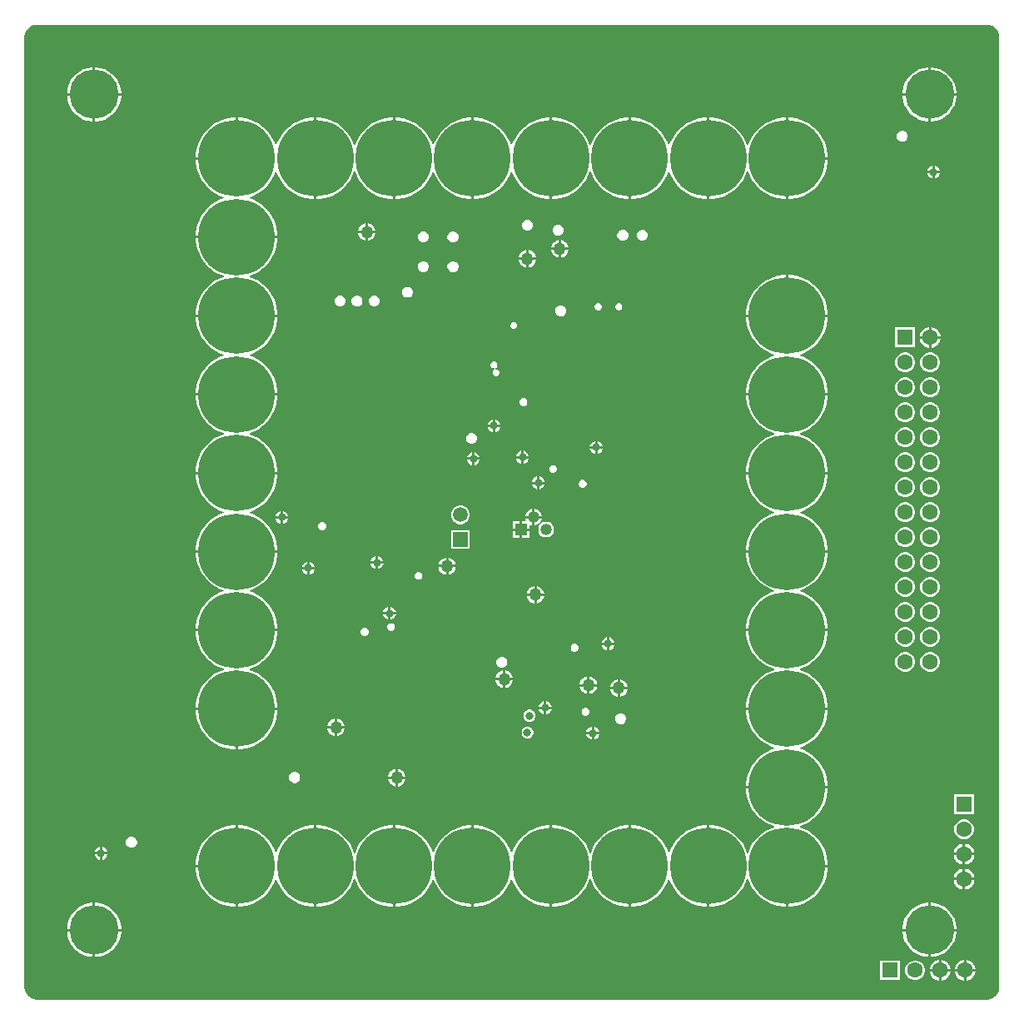
<source format=gbr>
%FSLAX23Y23*%
%MOIN*%
%SFA1B1*%

%IPPOS*%
%ADD45C,0.062990*%
%ADD46R,0.062990X0.062990*%
%ADD47C,0.196850*%
%ADD48C,0.059060*%
%ADD49R,0.059060X0.059060*%
%ADD50C,0.307090*%
%ADD51R,0.062990X0.062990*%
%ADD52C,0.046930*%
%ADD53R,0.046930X0.046930*%
%ADD54C,0.031500*%
%ADD55C,0.027560*%
%ADD56C,0.050000*%
%LNhumrigid1_copper_signal_1-1*%
%LPD*%
G36*
X2096Y2149D02*
X2101D01*
X2111Y2147*
X2121Y2143*
X2130Y2137*
X2137Y2130*
X2143Y2121*
X2147Y2111*
X2149Y2101*
Y2096*
Y-1702*
Y-1707*
X2147Y-1718*
X2143Y-1727*
X2137Y-1736*
X2130Y-1743*
X2121Y-1749*
X2111Y-1753*
X2101Y-1755*
X2096*
X-1702Y-1755*
X-1707*
X-1717Y-1753*
X-1727Y-1749*
X-1736Y-1743*
X-1743Y-1736*
X-1749Y-1727*
X-1753Y-1717*
X-1755Y-1707*
X-1755Y-1702*
Y2096*
Y2101*
X-1753Y2111*
X-1749Y2121*
X-1743Y2130*
X-1736Y2137*
X-1727Y2143*
X-1718Y2147*
X-1707Y2149*
X-1702*
X2096*
G37*
%LNhumrigid1_copper_signal_1-2*%
%LPC*%
G36*
X1878Y1978D02*
X1875D01*
Y1875*
X1978*
Y1878*
X1975Y1895*
X1970Y1911*
X1962Y1926*
X1952Y1940*
X1940Y1952*
X1926Y1962*
X1911Y1970*
X1895Y1975*
X1878Y1978*
G37*
G36*
X1865D02*
X1861D01*
X1844Y1975*
X1828Y1970*
X1813Y1962*
X1799Y1952*
X1787Y1940*
X1777Y1926*
X1769Y1911*
X1764Y1895*
X1761Y1878*
Y1875*
X1865*
Y1978*
G37*
G36*
X-1467D02*
X-1471D01*
Y1875*
X-1367*
Y1878*
X-1370Y1895*
X-1375Y1911*
X-1383Y1926*
X-1393Y1940*
X-1405Y1952*
X-1419Y1962*
X-1434Y1970*
X-1450Y1975*
X-1467Y1978*
G37*
G36*
X-1481D02*
X-1484D01*
X-1501Y1975*
X-1518Y1970*
X-1533Y1962*
X-1547Y1952*
X-1559Y1940*
X-1569Y1926*
X-1576Y1911*
X-1582Y1895*
X-1584Y1878*
Y1875*
X-1481*
Y1978*
G37*
G36*
X1978Y1865D02*
X1875D01*
Y1761*
X1878*
X1895Y1764*
X1911Y1769*
X1926Y1777*
X1940Y1787*
X1952Y1799*
X1962Y1813*
X1970Y1828*
X1975Y1844*
X1978Y1861*
Y1865*
G37*
G36*
X1865D02*
X1761D01*
Y1861*
X1764Y1844*
X1769Y1828*
X1777Y1813*
X1787Y1799*
X1799Y1787*
X1813Y1777*
X1828Y1769*
X1844Y1764*
X1861Y1761*
X1865*
Y1865*
G37*
G36*
X-1367D02*
X-1471D01*
Y1761*
X-1467*
X-1450Y1764*
X-1434Y1769*
X-1419Y1777*
X-1405Y1787*
X-1393Y1799*
X-1383Y1813*
X-1375Y1828*
X-1370Y1844*
X-1367Y1861*
Y1865*
G37*
G36*
X-1481D02*
X-1584D01*
Y1861*
X-1582Y1844*
X-1576Y1828*
X-1569Y1813*
X-1559Y1799*
X-1547Y1787*
X-1533Y1777*
X-1518Y1769*
X-1501Y1764*
X-1484Y1761*
X-1481*
Y1865*
G37*
G36*
X1765Y1724D02*
X1756D01*
X1748Y1720*
X1742Y1714*
X1739Y1706*
Y1697*
X1742Y1689*
X1748Y1683*
X1756Y1680*
X1765*
X1773Y1683*
X1779Y1689*
X1782Y1697*
Y1706*
X1779Y1714*
X1773Y1720*
X1765Y1724*
G37*
G36*
X1294Y1777D02*
X1286D01*
X1260Y1773*
X1236Y1765*
X1213Y1754*
X1192Y1738*
X1174Y1720*
X1159Y1699*
X1147Y1676*
X1144Y1666*
X1139*
X1135Y1676*
X1124Y1699*
X1109Y1720*
X1090Y1738*
X1069Y1754*
X1047Y1765*
X1022Y1773*
X997Y1777*
X989*
Y1614*
Y1450*
X997*
X1022Y1454*
X1047Y1462*
X1069Y1474*
X1090Y1489*
X1109Y1507*
X1124Y1528*
X1135Y1551*
X1139Y1561*
X1144*
X1147Y1551*
X1159Y1528*
X1174Y1507*
X1192Y1489*
X1213Y1474*
X1236Y1462*
X1260Y1454*
X1286Y1450*
X1294*
Y1614*
Y1777*
G37*
G36*
X664D02*
X656D01*
X630Y1773*
X606Y1765*
X583Y1754*
X562Y1738*
X544Y1720*
X529Y1699*
X517Y1676*
X514Y1666*
X509*
X505Y1676*
X494Y1699*
X479Y1720*
X460Y1738*
X440Y1754*
X417Y1765*
X392Y1773*
X367Y1777*
X359*
Y1614*
Y1450*
X367*
X392Y1454*
X417Y1462*
X440Y1474*
X460Y1489*
X479Y1507*
X494Y1528*
X505Y1551*
X509Y1561*
X514*
X517Y1551*
X529Y1528*
X544Y1507*
X562Y1489*
X583Y1474*
X606Y1462*
X630Y1454*
X656Y1450*
X664*
Y1614*
Y1777*
G37*
G36*
X349D02*
X341D01*
X316Y1773*
X291Y1765*
X268Y1754*
X247Y1738*
X229Y1720*
X214Y1699*
X202Y1676*
X199Y1666*
X194*
X190Y1676*
X179Y1699*
X164Y1720*
X145Y1738*
X125Y1754*
X102Y1765*
X77Y1773*
X52Y1777*
X44*
Y1614*
Y1450*
X52*
X77Y1454*
X102Y1462*
X125Y1474*
X145Y1489*
X164Y1507*
X179Y1528*
X190Y1551*
X194Y1561*
X199*
X202Y1551*
X214Y1528*
X229Y1507*
X247Y1489*
X268Y1474*
X291Y1462*
X316Y1454*
X341Y1450*
X349*
Y1614*
Y1777*
G37*
G36*
X34D02*
X26D01*
X1Y1773*
X-23Y1765*
X-46Y1754*
X-67Y1738*
X-85Y1720*
X-100Y1699*
X-112Y1676*
X-115Y1666*
X-120*
X-124Y1676*
X-135Y1699*
X-150Y1720*
X-169Y1738*
X-189Y1754*
X-212Y1765*
X-237Y1773*
X-262Y1777*
X-270*
Y1614*
Y1450*
X-262*
X-237Y1454*
X-212Y1462*
X-189Y1474*
X-169Y1489*
X-150Y1507*
X-135Y1528*
X-124Y1551*
X-120Y1561*
X-115*
X-112Y1551*
X-100Y1528*
X-85Y1507*
X-67Y1489*
X-46Y1474*
X-23Y1462*
X1Y1454*
X26Y1450*
X34*
Y1614*
Y1777*
G37*
G36*
X-595D02*
X-603D01*
X-628Y1773*
X-653Y1765*
X-676Y1754*
X-697Y1738*
X-715Y1720*
X-730Y1699*
X-742Y1676*
X-745Y1666*
X-750*
X-753Y1676*
X-765Y1699*
X-780Y1720*
X-798Y1738*
X-819Y1754*
X-842Y1765*
X-867Y1773*
X-892Y1777*
X-900*
Y1614*
X-905*
Y1609*
X-1069*
Y1601*
X-1065Y1575*
X-1057Y1551*
X-1045Y1528*
X-1030Y1507*
X-1012Y1489*
X-991Y1474*
X-968Y1462*
X-957Y1459*
Y1454*
X-968Y1450*
X-991Y1439*
X-1012Y1423*
X-1030Y1405*
X-1045Y1384*
X-1057Y1361*
X-1065Y1337*
X-1069Y1312*
Y1304*
X-905*
X-741*
Y1312*
X-745Y1337*
X-753Y1361*
X-765Y1384*
X-780Y1405*
X-798Y1423*
X-819Y1439*
X-842Y1450*
X-853Y1454*
Y1459*
X-842Y1462*
X-819Y1474*
X-798Y1489*
X-780Y1507*
X-765Y1528*
X-753Y1551*
X-750Y1561*
X-745*
X-742Y1551*
X-730Y1528*
X-715Y1507*
X-697Y1489*
X-676Y1474*
X-653Y1462*
X-628Y1454*
X-603Y1450*
X-595*
Y1614*
Y1777*
G37*
G36*
X979D02*
X971D01*
X945Y1773*
X921Y1765*
X898Y1754*
X877Y1738*
X859Y1720*
X844Y1699*
X832Y1676*
X829Y1666*
X824*
X820Y1676*
X809Y1699*
X794Y1720*
X775Y1738*
X755Y1754*
X732Y1765*
X707Y1773*
X682Y1777*
X674*
Y1614*
Y1450*
X682*
X707Y1454*
X732Y1462*
X755Y1474*
X775Y1489*
X794Y1507*
X809Y1528*
X820Y1551*
X824Y1561*
X829*
X832Y1551*
X844Y1528*
X859Y1507*
X877Y1489*
X898Y1474*
X921Y1462*
X945Y1454*
X971Y1450*
X979*
Y1614*
Y1777*
G37*
G36*
X-280D02*
X-288D01*
X-313Y1773*
X-338Y1765*
X-361Y1754*
X-382Y1738*
X-400Y1720*
X-415Y1699*
X-427Y1676*
X-430Y1666*
X-435*
X-438Y1676*
X-450Y1699*
X-465Y1720*
X-484Y1738*
X-504Y1754*
X-527Y1765*
X-552Y1773*
X-577Y1777*
X-585*
Y1614*
Y1450*
X-577*
X-552Y1454*
X-527Y1462*
X-504Y1474*
X-484Y1489*
X-465Y1507*
X-450Y1528*
X-438Y1551*
X-435Y1561*
X-430*
X-427Y1551*
X-415Y1528*
X-400Y1507*
X-382Y1489*
X-361Y1474*
X-338Y1462*
X-313Y1454*
X-288Y1450*
X-280*
Y1614*
Y1777*
G37*
G36*
X1312D02*
X1304D01*
Y1619*
X1462*
Y1627*
X1458Y1652*
X1450Y1676*
X1439Y1699*
X1423Y1720*
X1405Y1738*
X1384Y1754*
X1361Y1765*
X1337Y1773*
X1312Y1777*
G37*
G36*
X-910D02*
X-918D01*
X-943Y1773*
X-968Y1765*
X-991Y1754*
X-1012Y1738*
X-1030Y1720*
X-1045Y1699*
X-1057Y1676*
X-1065Y1652*
X-1069Y1627*
Y1619*
X-910*
Y1777*
G37*
G36*
X1890Y1584D02*
X1890D01*
Y1564*
X1911*
Y1564*
X1907Y1573*
X1900Y1580*
X1890Y1584*
G37*
G36*
X1880D02*
X1880D01*
X1871Y1580*
X1864Y1573*
X1860Y1564*
Y1564*
X1880*
Y1584*
G37*
G36*
X1911Y1554D02*
X1890D01*
Y1533*
X1890*
X1900Y1537*
X1907Y1544*
X1911Y1553*
Y1554*
G37*
G36*
X1880D02*
X1860D01*
Y1553*
X1864Y1544*
X1871Y1537*
X1880Y1533*
X1880*
Y1554*
G37*
G36*
X1462Y1609D02*
X1304D01*
Y1450*
X1312*
X1337Y1454*
X1361Y1462*
X1384Y1474*
X1405Y1489*
X1423Y1507*
X1439Y1528*
X1450Y1551*
X1458Y1575*
X1462Y1601*
Y1609*
G37*
G36*
X264Y1368D02*
X255D01*
X247Y1365*
X241Y1358*
X237Y1350*
Y1342*
X241Y1334*
X247Y1327*
X255Y1324*
X264*
X272Y1327*
X278Y1334*
X281Y1342*
Y1350*
X278Y1358*
X272Y1365*
X264Y1368*
G37*
G36*
X-378Y1353D02*
Y1323D01*
X-348*
X-351Y1332*
X-355Y1340*
X-362Y1346*
X-370Y1351*
X-378Y1353*
G37*
G36*
X-388D02*
X-397Y1351D01*
X-405Y1346*
X-411Y1340*
X-416Y1332*
X-418Y1323*
X-388*
Y1353*
G37*
G36*
X386Y1348D02*
X377D01*
X369Y1345*
X363Y1339*
X360Y1331*
Y1322*
X363Y1314*
X369Y1308*
X377Y1304*
X386*
X394Y1308*
X400Y1314*
X403Y1322*
Y1331*
X400Y1339*
X394Y1345*
X386Y1348*
G37*
G36*
X724Y1328D02*
X716D01*
X708Y1325*
X701Y1319*
X698Y1311*
Y1302*
X701Y1294*
X708Y1288*
X716Y1285*
X724*
X732Y1288*
X739Y1294*
X742Y1302*
Y1311*
X739Y1319*
X732Y1325*
X724Y1328*
G37*
G36*
X646D02*
X637D01*
X629Y1325*
X623Y1319*
X619Y1311*
Y1302*
X623Y1294*
X629Y1288*
X637Y1285*
X646*
X654Y1288*
X660Y1294*
X663Y1302*
Y1311*
X660Y1319*
X654Y1325*
X646Y1328*
G37*
G36*
X-348Y1313D02*
X-378D01*
Y1284*
X-370Y1286*
X-362Y1290*
X-355Y1297*
X-351Y1305*
X-348Y1313*
G37*
G36*
X-388D02*
X-418D01*
X-416Y1305*
X-411Y1297*
X-405Y1290*
X-397Y1286*
X-388Y1284*
Y1313*
G37*
G36*
X-35Y1321D02*
X-43D01*
X-51Y1317*
X-57Y1311*
X-61Y1303*
Y1294*
X-57Y1286*
X-51Y1280*
X-43Y1277*
X-35*
X-26Y1280*
X-20Y1286*
X-17Y1294*
Y1303*
X-20Y1311*
X-26Y1317*
X-35Y1321*
G37*
G36*
X-153D02*
X-161D01*
X-169Y1317*
X-176Y1311*
X-179Y1303*
Y1294*
X-176Y1286*
X-169Y1280*
X-161Y1277*
X-153*
X-145Y1280*
X-138Y1286*
X-135Y1294*
Y1303*
X-138Y1311*
X-145Y1317*
X-153Y1321*
G37*
G36*
X394Y1286D02*
Y1256D01*
X424*
X422Y1265*
X417Y1273*
X411Y1279*
X403Y1284*
X394Y1286*
G37*
G36*
X384D02*
X376Y1284D01*
X368Y1279*
X361Y1273*
X357Y1265*
X354Y1256*
X384*
Y1286*
G37*
G36*
X264Y1247D02*
Y1217D01*
X294*
X292Y1226*
X287Y1234*
X281Y1240*
X273Y1245*
X264Y1247*
G37*
G36*
X254D02*
X246Y1245D01*
X238Y1240*
X231Y1234*
X227Y1226*
X224Y1217*
X254*
Y1247*
G37*
G36*
X424Y1246D02*
X394D01*
Y1217*
X403Y1219*
X411Y1223*
X417Y1230*
X422Y1238*
X424Y1246*
G37*
G36*
X384D02*
X354D01*
X357Y1238*
X361Y1230*
X368Y1223*
X376Y1219*
X384Y1217*
Y1246*
G37*
G36*
X294Y1207D02*
X264D01*
Y1177*
X273Y1179*
X281Y1184*
X287Y1191*
X292Y1199*
X294Y1207*
G37*
G36*
X254D02*
X224D01*
X227Y1199*
X231Y1191*
X238Y1184*
X246Y1179*
X254Y1177*
Y1207*
G37*
G36*
X-35Y1202D02*
X-43D01*
X-51Y1199*
X-57Y1193*
X-61Y1185*
Y1176*
X-57Y1168*
X-51Y1162*
X-43Y1159*
X-35*
X-26Y1162*
X-20Y1168*
X-17Y1176*
Y1185*
X-20Y1193*
X-26Y1199*
X-35Y1202*
G37*
G36*
X-153D02*
X-161D01*
X-169Y1199*
X-176Y1193*
X-179Y1185*
Y1176*
X-176Y1168*
X-169Y1162*
X-161Y1159*
X-153*
X-145Y1162*
X-138Y1168*
X-135Y1176*
Y1185*
X-138Y1193*
X-145Y1199*
X-153Y1202*
G37*
G36*
X-217Y1099D02*
X-225D01*
X-233Y1096*
X-239Y1090*
X-243Y1082*
Y1073*
X-239Y1065*
X-233Y1059*
X-225Y1056*
X-217*
X-208Y1059*
X-202Y1065*
X-199Y1073*
Y1082*
X-202Y1090*
X-208Y1096*
X-217Y1099*
G37*
G36*
X-349Y1065D02*
X-358D01*
X-366Y1061*
X-372Y1055*
X-376Y1047*
Y1038*
X-372Y1030*
X-366Y1024*
X-358Y1021*
X-349*
X-341Y1024*
X-335Y1030*
X-332Y1038*
Y1047*
X-335Y1055*
X-341Y1061*
X-349Y1065*
G37*
G36*
X-418D02*
X-427D01*
X-435Y1061*
X-441Y1055*
X-445Y1047*
Y1038*
X-441Y1030*
X-435Y1024*
X-427Y1021*
X-418*
X-410Y1024*
X-404Y1030*
X-401Y1038*
Y1047*
X-404Y1055*
X-410Y1061*
X-418Y1065*
G37*
G36*
X-487D02*
X-496D01*
X-504Y1061*
X-510Y1055*
X-514Y1047*
Y1038*
X-510Y1030*
X-504Y1024*
X-496Y1021*
X-487*
X-479Y1024*
X-473Y1030*
X-470Y1038*
Y1047*
X-473Y1055*
X-479Y1061*
X-487Y1065*
G37*
G36*
X628Y1033D02*
X623D01*
X618Y1031*
X614Y1027*
X612Y1022*
Y1016*
X614Y1011*
X618Y1008*
X623Y1005*
X628*
X633Y1008*
X637Y1011*
X639Y1016*
Y1022*
X637Y1027*
X633Y1031*
X628Y1033*
G37*
G36*
X546D02*
X540D01*
X535Y1031*
X531Y1027*
X529Y1022*
Y1016*
X531Y1011*
X535Y1008*
X540Y1005*
X546*
X551Y1008*
X554Y1011*
X557Y1016*
Y1022*
X554Y1027*
X551Y1031*
X546Y1033*
G37*
G36*
X1312Y1147D02*
X1304D01*
Y989*
X1462*
Y997*
X1458Y1022*
X1450Y1047*
X1439Y1069*
X1423Y1090*
X1405Y1109*
X1384Y1124*
X1361Y1135*
X1337Y1143*
X1312Y1147*
G37*
G36*
X1294D02*
X1286D01*
X1260Y1143*
X1236Y1135*
X1213Y1124*
X1192Y1109*
X1174Y1090*
X1159Y1069*
X1147Y1047*
X1139Y1022*
X1135Y997*
Y989*
X1294*
Y1147*
G37*
G36*
X-741Y1294D02*
X-905D01*
X-1069*
Y1286*
X-1065Y1260*
X-1057Y1236*
X-1045Y1213*
X-1030Y1192*
X-1012Y1174*
X-991Y1159*
X-968Y1147*
X-957Y1144*
Y1139*
X-968Y1135*
X-991Y1124*
X-1012Y1109*
X-1030Y1090*
X-1045Y1069*
X-1057Y1047*
X-1065Y1022*
X-1069Y997*
Y989*
X-905*
X-741*
Y997*
X-745Y1022*
X-753Y1047*
X-765Y1069*
X-780Y1090*
X-798Y1109*
X-819Y1124*
X-842Y1135*
X-853Y1139*
Y1144*
X-842Y1147*
X-819Y1159*
X-798Y1174*
X-780Y1192*
X-765Y1213*
X-753Y1236*
X-745Y1260*
X-741Y1286*
Y1294*
G37*
G36*
X398Y1025D02*
X389D01*
X381Y1022*
X375Y1016*
X371Y1008*
Y999*
X375Y991*
X381Y985*
X389Y982*
X398*
X406Y985*
X412Y991*
X415Y999*
Y1008*
X412Y1016*
X406Y1022*
X398Y1025*
G37*
G36*
X207Y958D02*
X201D01*
X196Y956*
X193Y952*
X190Y947*
Y942*
X193Y937*
X196Y933*
X201Y931*
X207*
X212Y933*
X216Y937*
X218Y942*
Y947*
X216Y952*
X212Y956*
X207Y958*
G37*
G36*
X1877Y938D02*
X1876D01*
Y902*
X1913*
Y902*
X1910Y913*
X1904Y922*
X1897Y930*
X1887Y935*
X1877Y938*
G37*
G36*
X1866D02*
X1866D01*
X1855Y935*
X1846Y930*
X1838Y922*
X1832Y913*
X1830Y902*
Y902*
X1866*
Y938*
G37*
G36*
X1811Y936D02*
X1732D01*
Y857*
X1811*
Y936*
G37*
G36*
X1913Y892D02*
X1876D01*
Y855*
X1877*
X1887Y858*
X1897Y863*
X1904Y871*
X1910Y880*
X1913Y891*
Y892*
G37*
G36*
X1866D02*
X1830D01*
Y891*
X1832Y880*
X1838Y871*
X1846Y863*
X1855Y858*
X1866Y855*
X1866*
Y892*
G37*
G36*
X1876Y836D02*
X1866D01*
X1856Y833*
X1847Y828*
X1840Y821*
X1834Y812*
X1832Y802*
Y791*
X1834Y781*
X1840Y772*
X1847Y765*
X1856Y760*
X1866Y757*
X1876*
X1886Y760*
X1895Y765*
X1903Y772*
X1908Y781*
X1911Y791*
Y802*
X1908Y812*
X1903Y821*
X1895Y828*
X1886Y833*
X1876Y836*
G37*
G36*
X1776D02*
X1766D01*
X1756Y833*
X1747Y828*
X1740Y821*
X1734Y812*
X1732Y802*
Y791*
X1734Y781*
X1740Y772*
X1747Y765*
X1756Y760*
X1766Y757*
X1776*
X1786Y760*
X1795Y765*
X1803Y772*
X1808Y781*
X1811Y791*
Y802*
X1808Y812*
X1803Y821*
X1795Y828*
X1786Y833*
X1776Y836*
G37*
G36*
X128Y801D02*
X123D01*
X118Y799*
X114Y795*
X112Y790*
Y784*
X114Y779*
X118Y775*
X123Y773*
X126*
X127*
X128Y768*
X127Y768*
X126Y767*
X122Y763*
X120Y758*
Y753*
X122Y748*
X126Y744*
X131Y742*
X136*
X141Y744*
X145Y748*
X147Y753*
Y758*
X145Y763*
X141Y767*
X136Y769*
X133*
X132*
X131Y774*
X132Y775*
X133Y775*
X137Y779*
X139Y784*
Y790*
X137Y795*
X133Y799*
X128Y801*
G37*
G36*
X-741Y979D02*
X-905D01*
X-1069*
Y971*
X-1065Y945*
X-1057Y921*
X-1045Y898*
X-1030Y877*
X-1012Y859*
X-991Y844*
X-968Y832*
X-957Y829*
Y824*
X-968Y820*
X-991Y809*
X-1012Y794*
X-1030Y775*
X-1045Y755*
X-1057Y732*
X-1065Y707*
X-1069Y682*
Y674*
X-905*
X-741*
Y682*
X-745Y707*
X-753Y732*
X-765Y755*
X-780Y775*
X-798Y794*
X-819Y809*
X-842Y820*
X-853Y824*
Y829*
X-842Y832*
X-819Y844*
X-798Y859*
X-780Y877*
X-765Y898*
X-753Y921*
X-745Y945*
X-741Y971*
Y979*
G37*
G36*
X1462D02*
X1299D01*
X1135*
Y971*
X1139Y945*
X1147Y921*
X1159Y898*
X1174Y877*
X1192Y859*
X1213Y844*
X1236Y832*
X1246Y829*
Y824*
X1236Y820*
X1213Y809*
X1192Y794*
X1174Y775*
X1159Y755*
X1147Y732*
X1139Y707*
X1135Y682*
Y674*
X1299*
X1462*
Y682*
X1458Y707*
X1450Y732*
X1439Y755*
X1423Y775*
X1405Y794*
X1384Y809*
X1361Y820*
X1351Y824*
Y829*
X1361Y832*
X1384Y844*
X1405Y859*
X1423Y877*
X1439Y898*
X1450Y921*
X1458Y945*
X1462Y971*
Y979*
G37*
G36*
X1876Y736D02*
X1866D01*
X1856Y733*
X1847Y728*
X1840Y721*
X1834Y712*
X1832Y702*
Y691*
X1834Y681*
X1840Y672*
X1847Y665*
X1856Y660*
X1866Y657*
X1876*
X1886Y660*
X1895Y665*
X1903Y672*
X1908Y681*
X1911Y691*
Y702*
X1908Y712*
X1903Y721*
X1895Y728*
X1886Y733*
X1876Y736*
G37*
G36*
X1776D02*
X1766D01*
X1756Y733*
X1747Y728*
X1740Y721*
X1734Y712*
X1732Y702*
Y691*
X1734Y681*
X1740Y672*
X1747Y665*
X1756Y660*
X1766Y657*
X1776*
X1786Y660*
X1795Y665*
X1803Y672*
X1808Y681*
X1811Y691*
Y702*
X1808Y712*
X1803Y721*
X1795Y728*
X1786Y733*
X1776Y736*
G37*
G36*
X247Y653D02*
X240D01*
X235Y651*
X230Y646*
X228Y640*
Y634*
X230Y628*
X235Y624*
X240Y622*
X247*
X253Y624*
X257Y628*
X259Y634*
Y640*
X257Y646*
X253Y651*
X247Y653*
G37*
G36*
X1876Y636D02*
X1866D01*
X1856Y633*
X1847Y628*
X1840Y621*
X1834Y612*
X1832Y602*
Y591*
X1834Y581*
X1840Y572*
X1847Y565*
X1856Y560*
X1866Y557*
X1876*
X1886Y560*
X1895Y565*
X1903Y572*
X1908Y581*
X1911Y591*
Y602*
X1908Y612*
X1903Y621*
X1895Y628*
X1886Y633*
X1876Y636*
G37*
G36*
X1776D02*
X1766D01*
X1756Y633*
X1747Y628*
X1740Y621*
X1734Y612*
X1732Y602*
Y591*
X1734Y581*
X1740Y572*
X1747Y565*
X1756Y560*
X1766Y557*
X1776*
X1786Y560*
X1795Y565*
X1803Y572*
X1808Y581*
X1811Y591*
Y602*
X1808Y612*
X1803Y621*
X1795Y628*
X1786Y633*
X1776Y636*
G37*
G36*
X131Y569D02*
X130D01*
Y548*
X151*
Y548*
X147Y557*
X140Y565*
X131Y569*
G37*
G36*
X120D02*
X120D01*
X111Y565*
X104Y557*
X100Y548*
Y548*
X120*
Y569*
G37*
G36*
X151Y538D02*
X130D01*
Y517*
X131*
X140Y521*
X147Y528*
X151Y538*
Y538*
G37*
G36*
X120D02*
X100D01*
Y538*
X104Y528*
X111Y521*
X120Y517*
X120*
Y538*
G37*
G36*
X39Y514D02*
X31D01*
X23Y510*
X16Y504*
X13Y496*
Y487*
X16Y479*
X23Y473*
X31Y470*
X39*
X47Y473*
X53Y479*
X57Y487*
Y496*
X53Y504*
X47Y510*
X39Y514*
G37*
G36*
X540Y482D02*
X540D01*
Y461*
X561*
Y461*
X557Y471*
X550Y478*
X540Y482*
G37*
G36*
X530D02*
X530D01*
X520Y478*
X513Y471*
X509Y461*
Y461*
X530*
Y482*
G37*
G36*
X1876Y536D02*
X1866D01*
X1856Y533*
X1847Y528*
X1840Y521*
X1834Y512*
X1832Y502*
Y491*
X1834Y481*
X1840Y472*
X1847Y465*
X1856Y460*
X1866Y457*
X1876*
X1886Y460*
X1895Y465*
X1903Y472*
X1908Y481*
X1911Y491*
Y502*
X1908Y512*
X1903Y521*
X1895Y528*
X1886Y533*
X1876Y536*
G37*
G36*
X1776D02*
X1766D01*
X1756Y533*
X1747Y528*
X1740Y521*
X1734Y512*
X1732Y502*
Y491*
X1734Y481*
X1740Y472*
X1747Y465*
X1756Y460*
X1766Y457*
X1776*
X1786Y460*
X1795Y465*
X1803Y472*
X1808Y481*
X1811Y491*
Y502*
X1808Y512*
X1803Y521*
X1795Y528*
X1786Y533*
X1776Y536*
G37*
G36*
X561Y451D02*
X540D01*
Y430*
X540*
X550Y434*
X557Y442*
X561Y451*
Y451*
G37*
G36*
X530D02*
X509D01*
Y451*
X513Y442*
X520Y434*
X530Y430*
X530*
Y451*
G37*
G36*
X245Y443D02*
X245D01*
Y422*
X265*
Y422*
X261Y431*
X254Y439*
X245Y443*
G37*
G36*
X235D02*
X235D01*
X225Y439*
X218Y431*
X214Y422*
Y422*
X235*
Y443*
G37*
G36*
X48Y436D02*
X48D01*
Y416*
X69*
Y416*
X65Y425*
X57Y432*
X48Y436*
G37*
G36*
X38D02*
X38D01*
X28Y432*
X21Y425*
X17Y416*
Y416*
X38*
Y436*
G37*
G36*
X265Y412D02*
X245D01*
Y391*
X245*
X254Y395*
X261Y402*
X265Y412*
Y412*
G37*
G36*
X235D02*
X214D01*
Y412*
X218Y402*
X225Y395*
X235Y391*
X235*
Y412*
G37*
G36*
X69Y406D02*
X48D01*
Y385*
X48*
X57Y389*
X65Y396*
X69Y406*
Y406*
G37*
G36*
X38D02*
X17D01*
Y406*
X21Y396*
X28Y389*
X38Y385*
X38*
Y406*
G37*
G36*
X1462Y664D02*
X1299D01*
X1135*
Y656*
X1139Y630*
X1147Y606*
X1159Y583*
X1174Y562*
X1192Y544*
X1213Y529*
X1236Y517*
X1246Y514*
Y509*
X1236Y505*
X1213Y494*
X1192Y479*
X1174Y460*
X1159Y440*
X1147Y417*
X1139Y392*
X1135Y367*
Y359*
X1299*
X1462*
Y367*
X1458Y392*
X1450Y417*
X1439Y440*
X1423Y460*
X1405Y479*
X1384Y494*
X1361Y505*
X1351Y509*
Y514*
X1361Y517*
X1384Y529*
X1405Y544*
X1423Y562*
X1439Y583*
X1450Y606*
X1458Y630*
X1462Y656*
Y664*
G37*
G36*
X-741D02*
X-905D01*
X-1069*
Y656*
X-1065Y630*
X-1057Y606*
X-1045Y583*
X-1030Y562*
X-1012Y544*
X-991Y529*
X-968Y517*
X-957Y514*
Y509*
X-968Y505*
X-991Y494*
X-1012Y479*
X-1030Y460*
X-1045Y440*
X-1057Y417*
X-1065Y392*
X-1069Y367*
Y359*
X-905*
X-741*
Y367*
X-745Y392*
X-753Y417*
X-765Y440*
X-780Y460*
X-798Y479*
X-819Y494*
X-842Y505*
X-853Y509*
Y514*
X-842Y517*
X-819Y529*
X-798Y544*
X-780Y562*
X-765Y583*
X-753Y606*
X-745Y630*
X-741Y656*
Y664*
G37*
G36*
X1876Y436D02*
X1866D01*
X1856Y433*
X1847Y428*
X1840Y421*
X1834Y412*
X1832Y402*
Y391*
X1834Y381*
X1840Y372*
X1847Y365*
X1856Y360*
X1866Y357*
X1876*
X1886Y360*
X1895Y365*
X1903Y372*
X1908Y381*
X1911Y391*
Y402*
X1908Y412*
X1903Y421*
X1895Y428*
X1886Y433*
X1876Y436*
G37*
G36*
X1776D02*
X1766D01*
X1756Y433*
X1747Y428*
X1740Y421*
X1734Y412*
X1732Y402*
Y391*
X1734Y381*
X1740Y372*
X1747Y365*
X1756Y360*
X1766Y357*
X1776*
X1786Y360*
X1795Y365*
X1803Y372*
X1808Y381*
X1811Y391*
Y402*
X1808Y412*
X1803Y421*
X1795Y428*
X1786Y433*
X1776Y436*
G37*
G36*
X365Y385D02*
X359D01*
X353Y383*
X348Y379*
X346Y373*
Y366*
X348Y361*
X353Y356*
X359Y354*
X365*
X371Y356*
X375Y361*
X377Y366*
Y373*
X375Y379*
X371Y383*
X365Y385*
G37*
G36*
X308Y340D02*
X308D01*
Y319*
X328*
Y320*
X324Y329*
X317Y336*
X308Y340*
G37*
G36*
X298D02*
X298D01*
X288Y336*
X281Y329*
X277Y320*
Y319*
X298*
Y340*
G37*
G36*
X483Y326D02*
X477D01*
X471Y324*
X466Y319*
X464Y314*
Y307*
X466Y302*
X471Y297*
X477Y295*
X483*
X489Y297*
X493Y302*
X496Y307*
Y314*
X493Y319*
X489Y324*
X483Y326*
G37*
G36*
X328Y309D02*
X308D01*
Y289*
X308*
X317Y293*
X324Y300*
X328Y309*
Y309*
G37*
G36*
X298D02*
X277D01*
Y309*
X281Y300*
X288Y293*
X298Y289*
X298*
Y309*
G37*
G36*
X1876Y336D02*
X1866D01*
X1856Y333*
X1847Y328*
X1840Y321*
X1834Y312*
X1832Y302*
Y291*
X1834Y281*
X1840Y272*
X1847Y265*
X1856Y260*
X1866Y257*
X1876*
X1886Y260*
X1895Y265*
X1903Y272*
X1908Y281*
X1911Y291*
Y302*
X1908Y312*
X1903Y321*
X1895Y328*
X1886Y333*
X1876Y336*
G37*
G36*
X1776D02*
X1766D01*
X1756Y333*
X1747Y328*
X1740Y321*
X1734Y312*
X1732Y302*
Y291*
X1734Y281*
X1740Y272*
X1747Y265*
X1756Y260*
X1766Y257*
X1776*
X1786Y260*
X1795Y265*
X1803Y272*
X1808Y281*
X1811Y291*
Y302*
X1808Y312*
X1803Y321*
X1795Y328*
X1786Y333*
X1776Y336*
G37*
G36*
X289Y211D02*
Y182D01*
X317*
X315Y190*
X311Y198*
X305Y204*
X297Y209*
X289Y211*
G37*
G36*
X279D02*
X271Y209D01*
X264Y204*
X257Y198*
X253Y190*
X251Y182*
X279*
Y211*
G37*
G36*
X-719Y202D02*
X-719D01*
Y182*
X-698*
Y182*
X-702Y191*
X-709Y198*
X-719Y202*
G37*
G36*
X-729D02*
X-729D01*
X-739Y198*
X-746Y191*
X-750Y182*
Y182*
X-729*
Y202*
G37*
G36*
X1876Y236D02*
X1866D01*
X1856Y233*
X1847Y228*
X1840Y221*
X1834Y212*
X1832Y202*
Y191*
X1834Y181*
X1840Y172*
X1847Y165*
X1856Y160*
X1866Y157*
X1876*
X1886Y160*
X1895Y165*
X1903Y172*
X1908Y181*
X1911Y191*
Y202*
X1908Y212*
X1903Y221*
X1895Y228*
X1886Y233*
X1876Y236*
G37*
G36*
X1776D02*
X1766D01*
X1756Y233*
X1747Y228*
X1740Y221*
X1734Y212*
X1732Y202*
Y191*
X1734Y181*
X1740Y172*
X1747Y165*
X1756Y160*
X1766Y157*
X1776*
X1786Y160*
X1795Y165*
X1803Y172*
X1808Y181*
X1811Y191*
Y202*
X1808Y212*
X1803Y221*
X1795Y228*
X1786Y233*
X1776Y236*
G37*
G36*
X-698Y172D02*
X-719D01*
Y151*
X-719*
X-709Y155*
X-702Y162*
X-698Y172*
Y172*
G37*
G36*
X-729D02*
X-750D01*
Y172*
X-746Y162*
X-739Y155*
X-729Y151*
X-729*
Y172*
G37*
G36*
X-4Y224D02*
X-14D01*
X-24Y221*
X-32Y216*
X-39Y209*
X-44Y201*
X-47Y191*
Y182*
X-44Y172*
X-39Y164*
X-32Y157*
X-24Y152*
X-14Y149*
X-4*
X4Y152*
X13Y157*
X20Y164*
X25Y172*
X27Y182*
Y191*
X25Y201*
X20Y209*
X13Y216*
X4Y221*
X-4Y224*
G37*
G36*
X317Y172D02*
X289D01*
Y144*
X297Y146*
X305Y151*
X311Y157*
X315Y165*
X317Y172*
G37*
G36*
X279D02*
X251D01*
X253Y166*
X250Y161*
X239*
Y132*
X268*
Y143*
X273Y146*
X279Y144*
Y172*
G37*
G36*
X229Y161D02*
X201D01*
Y132*
X229*
Y161*
G37*
G36*
X-559Y157D02*
X-566D01*
X-571Y155*
X-576Y150*
X-578Y144*
Y138*
X-576Y132*
X-571Y128*
X-566Y125*
X-559*
X-554Y128*
X-549Y132*
X-547Y138*
Y144*
X-549Y150*
X-554Y155*
X-559Y157*
G37*
G36*
X338Y159D02*
X330D01*
X322Y157*
X315Y153*
X309Y147*
X305Y140*
X303Y132*
Y123*
X305Y115*
X309Y108*
X315Y102*
X322Y98*
X330Y96*
X338*
X346Y98*
X353Y102*
X359Y108*
X363Y115*
X365Y123*
Y132*
X363Y140*
X359Y147*
X353Y153*
X346Y157*
X338Y159*
G37*
G36*
X268Y122D02*
X239D01*
Y94*
X268*
Y122*
G37*
G36*
X229D02*
X201D01*
Y94*
X229*
Y122*
G37*
G36*
X1876Y136D02*
X1866D01*
X1856Y133*
X1847Y128*
X1840Y121*
X1834Y112*
X1832Y102*
Y91*
X1834Y81*
X1840Y72*
X1847Y65*
X1856Y60*
X1866Y57*
X1876*
X1886Y60*
X1895Y65*
X1903Y72*
X1908Y81*
X1911Y91*
Y102*
X1908Y112*
X1903Y121*
X1895Y128*
X1886Y133*
X1876Y136*
G37*
G36*
X1776D02*
X1766D01*
X1756Y133*
X1747Y128*
X1740Y121*
X1734Y112*
X1732Y102*
Y91*
X1734Y81*
X1740Y72*
X1747Y65*
X1756Y60*
X1766Y57*
X1776*
X1786Y60*
X1795Y65*
X1803Y72*
X1808Y81*
X1811Y91*
Y102*
X1808Y112*
X1803Y121*
X1795Y128*
X1786Y133*
X1776Y136*
G37*
G36*
X27Y125D02*
X-47D01*
Y51*
X27*
Y125*
G37*
G36*
X-741Y349D02*
X-905D01*
X-1069*
Y341*
X-1065Y316*
X-1057Y291*
X-1045Y268*
X-1030Y247*
X-1012Y229*
X-991Y214*
X-968Y202*
X-957Y199*
Y194*
X-968Y190*
X-991Y179*
X-1012Y164*
X-1030Y145*
X-1045Y125*
X-1057Y102*
X-1065Y77*
X-1069Y52*
Y44*
X-905*
X-741*
Y52*
X-745Y77*
X-753Y102*
X-765Y125*
X-780Y145*
X-798Y164*
X-819Y179*
X-842Y190*
X-853Y194*
Y199*
X-842Y202*
X-819Y214*
X-798Y229*
X-780Y247*
X-765Y268*
X-753Y291*
X-745Y316*
X-741Y341*
Y349*
G37*
G36*
X1462D02*
X1299D01*
X1135*
Y341*
X1139Y316*
X1147Y291*
X1159Y268*
X1174Y247*
X1192Y229*
X1213Y214*
X1236Y202*
X1246Y199*
Y194*
X1236Y190*
X1213Y179*
X1192Y164*
X1174Y145*
X1159Y125*
X1147Y102*
X1139Y77*
X1135Y52*
Y44*
X1299*
X1462*
Y52*
X1458Y77*
X1450Y102*
X1439Y125*
X1423Y145*
X1405Y164*
X1384Y179*
X1361Y190*
X1351Y194*
Y199*
X1361Y202*
X1384Y214*
X1405Y229*
X1423Y247*
X1439Y268*
X1450Y291*
X1458Y316*
X1462Y341*
Y349*
G37*
G36*
X-338Y20D02*
X-338D01*
Y0*
X-317*
Y0*
X-321Y9*
X-328Y16*
X-338Y20*
G37*
G36*
X-348D02*
X-348D01*
X-358Y16*
X-365Y9*
X-369Y0*
Y0*
X-348*
Y20*
G37*
G36*
X-57Y15D02*
Y-14D01*
X-28*
X-30Y-6*
X-34Y1*
X-41Y8*
X-49Y12*
X-57Y15*
G37*
G36*
X-67D02*
X-76Y12D01*
X-84Y8*
X-91Y1*
X-95Y-6*
X-97Y-14*
X-67*
Y15*
G37*
G36*
X-612Y-1D02*
X-613D01*
Y-22*
X-592*
Y-22*
X-596Y-12*
X-603Y-5*
X-612Y-1*
G37*
G36*
X-623D02*
X-623D01*
X-632Y-5*
X-639Y-12*
X-643Y-22*
Y-22*
X-623*
Y-1*
G37*
G36*
X-317Y-10D02*
X-338D01*
Y-30*
X-338*
X-328Y-26*
X-321Y-19*
X-317Y-10*
Y-10*
G37*
G36*
X-348D02*
X-369D01*
Y-10*
X-365Y-19*
X-358Y-26*
X-348Y-30*
X-348*
Y-10*
G37*
G36*
X1876Y36D02*
X1866D01*
X1856Y33*
X1847Y28*
X1840Y21*
X1834Y12*
X1832Y2*
Y-8*
X1834Y-18*
X1840Y-27*
X1847Y-34*
X1856Y-39*
X1866Y-42*
X1876*
X1886Y-39*
X1895Y-34*
X1903Y-27*
X1908Y-18*
X1911Y-8*
Y2*
X1908Y12*
X1903Y21*
X1895Y28*
X1886Y33*
X1876Y36*
G37*
G36*
X1776D02*
X1766D01*
X1756Y33*
X1747Y28*
X1740Y21*
X1734Y12*
X1732Y2*
Y-8*
X1734Y-18*
X1740Y-27*
X1747Y-34*
X1756Y-39*
X1766Y-42*
X1776*
X1786Y-39*
X1795Y-34*
X1803Y-27*
X1808Y-18*
X1811Y-8*
Y2*
X1808Y12*
X1803Y21*
X1795Y28*
X1786Y33*
X1776Y36*
G37*
G36*
X-592Y-32D02*
X-613D01*
Y-53*
X-612*
X-603Y-49*
X-596Y-42*
X-592Y-32*
Y-32*
G37*
G36*
X-623D02*
X-643D01*
Y-32*
X-639Y-42*
X-632Y-49*
X-623Y-53*
X-623*
Y-32*
G37*
G36*
X-28Y-24D02*
X-57D01*
Y-54*
X-49Y-52*
X-41Y-47*
X-34Y-41*
X-30Y-33*
X-28Y-24*
G37*
G36*
X-67D02*
X-97D01*
X-95Y-33*
X-91Y-41*
X-84Y-47*
X-76Y-52*
X-67Y-54*
Y-24*
G37*
G36*
X-174Y-43D02*
X-180D01*
X-186Y-45*
X-190Y-50*
X-192Y-55*
Y-62*
X-190Y-67*
X-186Y-72*
X-180Y-74*
X-174*
X-168Y-72*
X-163Y-67*
X-161Y-62*
Y-55*
X-163Y-50*
X-168Y-45*
X-174Y-43*
G37*
G36*
X296Y-98D02*
Y-128D01*
X326*
X323Y-120*
X319Y-112*
X312Y-105*
X304Y-101*
X296Y-98*
G37*
G36*
X286D02*
X277Y-101D01*
X269Y-105*
X263Y-112*
X258Y-120*
X256Y-128*
X286*
Y-98*
G37*
G36*
X1876Y-63D02*
X1866D01*
X1856Y-66*
X1847Y-71*
X1840Y-78*
X1834Y-87*
X1832Y-97*
Y-108*
X1834Y-118*
X1840Y-127*
X1847Y-134*
X1856Y-139*
X1866Y-142*
X1876*
X1886Y-139*
X1895Y-134*
X1903Y-127*
X1908Y-118*
X1911Y-108*
Y-97*
X1908Y-87*
X1903Y-78*
X1895Y-71*
X1886Y-66*
X1876Y-63*
G37*
G36*
X1776D02*
X1766D01*
X1756Y-66*
X1747Y-71*
X1740Y-78*
X1734Y-87*
X1732Y-97*
Y-108*
X1734Y-118*
X1740Y-127*
X1747Y-134*
X1756Y-139*
X1766Y-142*
X1776*
X1786Y-139*
X1795Y-134*
X1803Y-127*
X1808Y-118*
X1811Y-108*
Y-97*
X1808Y-87*
X1803Y-78*
X1795Y-71*
X1786Y-66*
X1776Y-63*
G37*
G36*
X326Y-138D02*
X296D01*
Y-168*
X304Y-166*
X312Y-161*
X319Y-155*
X323Y-147*
X326Y-138*
G37*
G36*
X286D02*
X256D01*
X258Y-147*
X263Y-155*
X269Y-161*
X277Y-166*
X286Y-168*
Y-138*
G37*
G36*
X-288Y-182D02*
X-288D01*
Y-203*
X-267*
Y-203*
X-271Y-194*
X-278Y-186*
X-288Y-182*
G37*
G36*
X-298D02*
X-298D01*
X-307Y-186*
X-315Y-194*
X-319Y-203*
Y-203*
X-298*
Y-182*
G37*
G36*
X-267Y-213D02*
X-288D01*
Y-234*
X-288*
X-278Y-230*
X-271Y-223*
X-267Y-213*
Y-213*
G37*
G36*
X-298D02*
X-319D01*
Y-213*
X-315Y-223*
X-307Y-230*
X-298Y-234*
X-298*
Y-213*
G37*
G36*
X1876Y-163D02*
X1866D01*
X1856Y-166*
X1847Y-171*
X1840Y-178*
X1834Y-187*
X1832Y-197*
Y-208*
X1834Y-218*
X1840Y-227*
X1847Y-234*
X1856Y-239*
X1866Y-242*
X1876*
X1886Y-239*
X1895Y-234*
X1903Y-227*
X1908Y-218*
X1911Y-208*
Y-197*
X1908Y-187*
X1903Y-178*
X1895Y-171*
X1886Y-166*
X1876Y-163*
G37*
G36*
X1776D02*
X1766D01*
X1756Y-166*
X1747Y-171*
X1740Y-178*
X1734Y-187*
X1732Y-197*
Y-208*
X1734Y-218*
X1740Y-227*
X1747Y-234*
X1756Y-239*
X1766Y-242*
X1776*
X1786Y-239*
X1795Y-234*
X1803Y-227*
X1808Y-218*
X1811Y-208*
Y-197*
X1808Y-187*
X1803Y-178*
X1795Y-171*
X1786Y-166*
X1776Y-163*
G37*
G36*
X1462Y34D02*
X1299D01*
X1135*
Y26*
X1139Y1*
X1147Y-23*
X1159Y-46*
X1174Y-67*
X1192Y-85*
X1213Y-100*
X1236Y-112*
X1246Y-115*
Y-120*
X1236Y-124*
X1213Y-135*
X1192Y-150*
X1174Y-169*
X1159Y-189*
X1147Y-212*
X1139Y-237*
X1135Y-262*
Y-270*
X1299*
X1462*
Y-262*
X1458Y-237*
X1450Y-212*
X1439Y-189*
X1423Y-169*
X1405Y-150*
X1384Y-135*
X1361Y-124*
X1351Y-120*
Y-115*
X1361Y-112*
X1384Y-100*
X1405Y-85*
X1423Y-67*
X1439Y-46*
X1450Y-23*
X1458Y1*
X1462Y26*
Y34*
G37*
G36*
X-741D02*
X-905D01*
X-1069*
Y26*
X-1065Y1*
X-1057Y-23*
X-1045Y-46*
X-1030Y-67*
X-1012Y-85*
X-991Y-100*
X-968Y-112*
X-957Y-115*
Y-120*
X-968Y-124*
X-991Y-135*
X-1012Y-150*
X-1030Y-169*
X-1045Y-189*
X-1057Y-212*
X-1065Y-237*
X-1069Y-262*
Y-270*
X-905*
X-741*
Y-262*
X-745Y-237*
X-753Y-212*
X-765Y-189*
X-780Y-169*
X-798Y-150*
X-819Y-135*
X-842Y-124*
X-853Y-120*
Y-115*
X-842Y-112*
X-819Y-100*
X-798Y-85*
X-780Y-67*
X-765Y-46*
X-753Y-23*
X-745Y1*
X-741Y26*
Y34*
G37*
G36*
X-284Y-248D02*
X-290D01*
X-296Y-250*
X-300Y-254*
X-303Y-260*
Y-266*
X-300Y-272*
X-296Y-277*
X-290Y-279*
X-284*
X-278Y-277*
X-274Y-272*
X-271Y-266*
Y-260*
X-274Y-254*
X-278Y-250*
X-284Y-248*
G37*
G36*
X-390Y-267D02*
X-396D01*
X-402Y-270*
X-407Y-274*
X-409Y-280*
Y-286*
X-407Y-292*
X-402Y-296*
X-396Y-299*
X-390*
X-384Y-296*
X-380Y-292*
X-377Y-286*
Y-280*
X-380Y-274*
X-384Y-270*
X-390Y-267*
G37*
G36*
X587Y-304D02*
X587D01*
Y-325*
X608*
Y-325*
X604Y-316*
X597Y-308*
X587Y-304*
G37*
G36*
X577D02*
X577D01*
X568Y-308*
X560Y-316*
X556Y-325*
Y-325*
X577*
Y-304*
G37*
G36*
X1876Y-263D02*
X1866D01*
X1856Y-266*
X1847Y-271*
X1840Y-278*
X1834Y-287*
X1832Y-297*
Y-308*
X1834Y-318*
X1840Y-327*
X1847Y-334*
X1856Y-339*
X1866Y-342*
X1876*
X1886Y-339*
X1895Y-334*
X1903Y-327*
X1908Y-318*
X1911Y-308*
Y-297*
X1908Y-287*
X1903Y-278*
X1895Y-271*
X1886Y-266*
X1876Y-263*
G37*
G36*
X1776D02*
X1766D01*
X1756Y-266*
X1747Y-271*
X1740Y-278*
X1734Y-287*
X1732Y-297*
Y-308*
X1734Y-318*
X1740Y-327*
X1747Y-334*
X1756Y-339*
X1766Y-342*
X1776*
X1786Y-339*
X1795Y-334*
X1803Y-327*
X1808Y-318*
X1811Y-308*
Y-297*
X1808Y-287*
X1803Y-278*
X1795Y-271*
X1786Y-266*
X1776Y-263*
G37*
G36*
X608Y-335D02*
X587D01*
Y-356*
X587*
X597Y-352*
X604Y-345*
X608Y-335*
Y-335*
G37*
G36*
X577D02*
X556D01*
Y-335*
X560Y-345*
X568Y-352*
X577Y-356*
X577*
Y-335*
G37*
G36*
X451Y-330D02*
X445D01*
X439Y-333*
X435Y-337*
X433Y-343*
Y-349*
X435Y-355*
X439Y-359*
X445Y-362*
X451*
X457Y-359*
X462Y-355*
X464Y-349*
Y-343*
X462Y-337*
X457Y-333*
X451Y-330*
G37*
G36*
X161Y-383D02*
X153D01*
X145Y-386*
X138Y-393*
X135Y-401*
Y-409*
X138Y-417*
X145Y-424*
X153Y-427*
X161*
X169Y-424*
X176Y-417*
X179Y-409*
Y-401*
X176Y-393*
X169Y-386*
X161Y-383*
G37*
G36*
X1876Y-363D02*
X1866D01*
X1856Y-366*
X1847Y-371*
X1840Y-378*
X1834Y-387*
X1832Y-397*
Y-408*
X1834Y-418*
X1840Y-427*
X1847Y-434*
X1856Y-439*
X1866Y-442*
X1876*
X1886Y-439*
X1895Y-434*
X1903Y-427*
X1908Y-418*
X1911Y-408*
Y-397*
X1908Y-387*
X1903Y-378*
X1895Y-371*
X1886Y-366*
X1876Y-363*
G37*
G36*
X1776D02*
X1766D01*
X1756Y-366*
X1747Y-371*
X1740Y-378*
X1734Y-387*
X1732Y-397*
Y-408*
X1734Y-418*
X1740Y-427*
X1747Y-434*
X1756Y-439*
X1766Y-442*
X1776*
X1786Y-439*
X1795Y-434*
X1803Y-427*
X1808Y-418*
X1811Y-408*
Y-397*
X1808Y-387*
X1803Y-378*
X1795Y-371*
X1786Y-366*
X1776Y-363*
G37*
G36*
X172Y-437D02*
Y-467D01*
X202*
X199Y-458*
X195Y-450*
X188Y-444*
X180Y-439*
X172Y-437*
G37*
G36*
X162D02*
X153Y-439D01*
X145Y-444*
X139Y-450*
X134Y-458*
X132Y-467*
X162*
Y-437*
G37*
G36*
X508Y-461D02*
Y-491D01*
X538*
X536Y-482*
X531Y-474*
X525Y-468*
X517Y-463*
X508Y-461*
G37*
G36*
X498D02*
X490Y-463D01*
X482Y-468*
X475Y-474*
X471Y-482*
X469Y-491*
X498*
Y-461*
G37*
G36*
X630Y-472D02*
Y-502D01*
X660*
X658Y-494*
X653Y-486*
X647Y-479*
X639Y-475*
X630Y-472*
G37*
G36*
X620D02*
X612Y-475D01*
X604Y-479*
X597Y-486*
X593Y-494*
X591Y-502*
X620*
Y-472*
G37*
G36*
X202Y-477D02*
X172D01*
Y-507*
X180Y-505*
X188Y-500*
X195Y-493*
X199Y-485*
X202Y-477*
G37*
G36*
X162D02*
X132D01*
X134Y-485*
X139Y-493*
X145Y-500*
X153Y-505*
X162Y-507*
Y-477*
G37*
G36*
X538Y-501D02*
X508D01*
Y-530*
X517Y-528*
X525Y-524*
X531Y-517*
X536Y-509*
X538Y-501*
G37*
G36*
X498D02*
X469D01*
X471Y-509*
X475Y-517*
X482Y-524*
X490Y-528*
X498Y-530*
Y-501*
G37*
G36*
X660Y-512D02*
X630D01*
Y-542*
X639Y-540*
X647Y-535*
X653Y-529*
X658Y-521*
X660Y-512*
G37*
G36*
X620D02*
X591D01*
X593Y-521*
X597Y-529*
X604Y-535*
X612Y-540*
X620Y-542*
Y-512*
G37*
G36*
X335Y-560D02*
X335D01*
Y-581*
X356*
Y-581*
X352Y-572*
X345Y-564*
X335Y-560*
G37*
G36*
X325D02*
X325D01*
X316Y-564*
X308Y-572*
X304Y-581*
Y-581*
X325*
Y-560*
G37*
G36*
X1462Y-280D02*
X1299D01*
X1135*
Y-288*
X1139Y-313*
X1147Y-338*
X1159Y-361*
X1174Y-382*
X1192Y-400*
X1213Y-415*
X1236Y-427*
X1246Y-430*
Y-435*
X1236Y-438*
X1213Y-450*
X1192Y-465*
X1174Y-484*
X1159Y-504*
X1147Y-527*
X1139Y-552*
X1135Y-577*
Y-585*
X1299*
X1462*
Y-577*
X1458Y-552*
X1450Y-527*
X1439Y-504*
X1423Y-484*
X1405Y-465*
X1384Y-450*
X1361Y-438*
X1351Y-435*
Y-430*
X1361Y-427*
X1384Y-415*
X1405Y-400*
X1423Y-382*
X1439Y-361*
X1450Y-338*
X1458Y-313*
X1462Y-288*
Y-280*
G37*
G36*
X-741D02*
X-905D01*
X-1069*
Y-288*
X-1065Y-313*
X-1057Y-338*
X-1045Y-361*
X-1030Y-382*
X-1012Y-400*
X-991Y-415*
X-968Y-427*
X-957Y-430*
Y-435*
X-968Y-438*
X-991Y-450*
X-1012Y-465*
X-1030Y-484*
X-1045Y-504*
X-1057Y-527*
X-1065Y-552*
X-1069Y-577*
Y-585*
X-905*
X-741*
Y-577*
X-745Y-552*
X-753Y-527*
X-765Y-504*
X-780Y-484*
X-798Y-465*
X-819Y-450*
X-842Y-438*
X-853Y-435*
Y-430*
X-842Y-427*
X-819Y-415*
X-798Y-400*
X-780Y-382*
X-765Y-361*
X-753Y-338*
X-745Y-313*
X-741Y-288*
Y-280*
G37*
G36*
X356Y-591D02*
X335D01*
Y-612*
X335*
X345Y-608*
X352Y-601*
X356Y-591*
Y-591*
G37*
G36*
X325D02*
X304D01*
Y-591*
X308Y-601*
X316Y-608*
X325Y-612*
X325*
Y-591*
G37*
G36*
X495Y-586D02*
X488D01*
X483Y-589*
X478Y-593*
X476Y-599*
Y-605*
X478Y-611*
X483Y-615*
X488Y-618*
X495*
X501Y-615*
X505Y-611*
X507Y-605*
Y-599*
X505Y-593*
X501Y-589*
X495Y-586*
G37*
G36*
X272Y-594D02*
X263D01*
X254Y-598*
X247Y-604*
X244Y-613*
Y-622*
X247Y-631*
X254Y-638*
X263Y-641*
X272*
X281Y-638*
X287Y-631*
X291Y-622*
Y-613*
X287Y-604*
X281Y-598*
X272Y-594*
G37*
G36*
X638Y-608D02*
X629D01*
X621Y-611*
X615Y-617*
X611Y-625*
Y-634*
X615Y-642*
X621Y-648*
X629Y-651*
X638*
X646Y-648*
X652Y-642*
X655Y-634*
Y-625*
X652Y-617*
X646Y-611*
X638Y-608*
G37*
G36*
X-502Y-630D02*
Y-660D01*
X-472*
X-475Y-651*
X-479Y-643*
X-486Y-637*
X-494Y-632*
X-502Y-630*
G37*
G36*
X-512D02*
X-521Y-632D01*
X-529Y-637*
X-535Y-643*
X-540Y-651*
X-542Y-660*
X-512*
Y-630*
G37*
G36*
X526Y-663D02*
X526D01*
Y-683*
X547*
Y-683*
X543Y-674*
X536Y-667*
X526Y-663*
G37*
G36*
X516D02*
X516D01*
X507Y-667*
X499Y-674*
X495Y-683*
Y-683*
X516*
Y-663*
G37*
G36*
X-472Y-670D02*
X-502D01*
Y-700*
X-494Y-697*
X-486Y-693*
X-479Y-686*
X-475Y-678*
X-472Y-670*
G37*
G36*
X-512D02*
X-542D01*
X-540Y-678*
X-535Y-686*
X-529Y-693*
X-521Y-697*
X-512Y-700*
Y-670*
G37*
G36*
X264Y-661D02*
X255D01*
X246Y-665*
X239Y-671*
X236Y-680*
Y-689*
X239Y-698*
X246Y-705*
X255Y-708*
X264*
X273Y-705*
X279Y-698*
X283Y-689*
Y-680*
X279Y-671*
X273Y-665*
X264Y-661*
G37*
G36*
X547Y-693D02*
X526D01*
Y-714*
X526*
X536Y-710*
X543Y-703*
X547Y-694*
Y-693*
G37*
G36*
X516D02*
X495D01*
Y-694*
X499Y-703*
X507Y-710*
X516Y-714*
X516*
Y-693*
G37*
G36*
X-741Y-595D02*
X-900D01*
Y-754*
X-892*
X-867Y-750*
X-842Y-742*
X-819Y-730*
X-798Y-715*
X-780Y-697*
X-765Y-676*
X-753Y-653*
X-745Y-628*
X-741Y-603*
Y-595*
G37*
G36*
X-910D02*
X-1069D01*
Y-603*
X-1065Y-628*
X-1057Y-653*
X-1045Y-676*
X-1030Y-697*
X-1012Y-715*
X-991Y-730*
X-968Y-742*
X-943Y-750*
X-918Y-754*
X-910*
Y-595*
G37*
G36*
X-258Y-831D02*
Y-861D01*
X-228*
X-231Y-852*
X-235Y-844*
X-242Y-838*
X-250Y-833*
X-258Y-831*
G37*
G36*
X-268D02*
X-277Y-833D01*
X-285Y-838*
X-291Y-844*
X-296Y-852*
X-298Y-861*
X-268*
Y-831*
G37*
G36*
X-668Y-844D02*
X-677D01*
X-685Y-847*
X-691Y-853*
X-695Y-861*
Y-870*
X-691Y-878*
X-685Y-884*
X-677Y-888*
X-668*
X-660Y-884*
X-654Y-878*
X-651Y-870*
Y-861*
X-654Y-853*
X-660Y-847*
X-668Y-844*
G37*
G36*
X1462Y-595D02*
X1299D01*
X1135*
Y-603*
X1139Y-628*
X1147Y-653*
X1159Y-676*
X1174Y-697*
X1192Y-715*
X1213Y-730*
X1236Y-742*
X1246Y-745*
Y-750*
X1236Y-753*
X1213Y-765*
X1192Y-780*
X1174Y-798*
X1159Y-819*
X1147Y-842*
X1139Y-867*
X1135Y-892*
Y-900*
X1299*
X1462*
Y-892*
X1458Y-867*
X1450Y-842*
X1439Y-819*
X1423Y-798*
X1405Y-780*
X1384Y-765*
X1361Y-753*
X1351Y-750*
Y-745*
X1361Y-742*
X1384Y-730*
X1405Y-715*
X1423Y-697*
X1439Y-676*
X1450Y-653*
X1458Y-628*
X1462Y-603*
Y-595*
G37*
G36*
X-228Y-871D02*
X-258D01*
Y-901*
X-250Y-898*
X-242Y-894*
X-235Y-887*
X-231Y-879*
X-228Y-871*
G37*
G36*
X-268D02*
X-298D01*
X-296Y-879*
X-291Y-887*
X-285Y-894*
X-277Y-898*
X-268Y-901*
Y-871*
G37*
G36*
X2047Y-933D02*
X1968D01*
Y-1012*
X2047*
Y-933*
G37*
G36*
X2013Y-1033D02*
X2002D01*
X1992Y-1036*
X1983Y-1041*
X1976Y-1048*
X1971Y-1057*
X1968Y-1067*
Y-1078*
X1971Y-1088*
X1976Y-1097*
X1983Y-1104*
X1992Y-1109*
X2002Y-1112*
X2013*
X2023Y-1109*
X2032Y-1104*
X2039Y-1097*
X2044Y-1088*
X2047Y-1078*
Y-1067*
X2044Y-1057*
X2039Y-1048*
X2032Y-1041*
X2023Y-1036*
X2013Y-1033*
G37*
G36*
X-1322Y-1104D02*
X-1331D01*
X-1339Y-1107*
X-1345Y-1113*
X-1348Y-1121*
Y-1130*
X-1345Y-1138*
X-1339Y-1144*
X-1331Y-1147*
X-1322*
X-1314Y-1144*
X-1308Y-1138*
X-1304Y-1130*
Y-1121*
X-1308Y-1113*
X-1314Y-1107*
X-1322Y-1104*
G37*
G36*
X-1443Y-1143D02*
X-1443D01*
Y-1164*
X-1423*
Y-1164*
X-1426Y-1154*
X-1434Y-1147*
X-1443Y-1143*
G37*
G36*
X-1453D02*
X-1453D01*
X-1463Y-1147*
X-1470Y-1154*
X-1474Y-1164*
Y-1164*
X-1453*
Y-1143*
G37*
G36*
X2013Y-1131D02*
X2012D01*
Y-1167*
X2049*
Y-1167*
X2046Y-1156*
X2041Y-1147*
X2033Y-1139*
X2023Y-1134*
X2013Y-1131*
G37*
G36*
X2002D02*
X2002D01*
X1991Y-1134*
X1982Y-1139*
X1974Y-1147*
X1969Y-1156*
X1966Y-1167*
Y-1167*
X2002*
Y-1131*
G37*
G36*
X1462Y-910D02*
X1299D01*
X1135*
Y-918*
X1139Y-943*
X1147Y-968*
X1159Y-991*
X1174Y-1012*
X1192Y-1030*
X1213Y-1045*
X1236Y-1057*
X1246Y-1060*
Y-1065*
X1236Y-1068*
X1213Y-1080*
X1192Y-1095*
X1174Y-1113*
X1159Y-1134*
X1147Y-1157*
X1144Y-1168*
X1139*
X1135Y-1157*
X1124Y-1134*
X1109Y-1113*
X1090Y-1095*
X1069Y-1080*
X1047Y-1068*
X1022Y-1060*
X997Y-1056*
X989*
Y-1220*
Y-1384*
X997*
X1022Y-1379*
X1047Y-1372*
X1069Y-1360*
X1090Y-1345*
X1109Y-1327*
X1124Y-1306*
X1135Y-1283*
X1139Y-1272*
X1144*
X1147Y-1283*
X1159Y-1306*
X1174Y-1327*
X1192Y-1345*
X1213Y-1360*
X1236Y-1372*
X1260Y-1379*
X1286Y-1384*
X1294*
Y-1220*
X1299*
Y-1215*
X1462*
Y-1207*
X1458Y-1182*
X1450Y-1157*
X1439Y-1134*
X1423Y-1113*
X1405Y-1095*
X1384Y-1080*
X1361Y-1068*
X1351Y-1065*
Y-1060*
X1361Y-1057*
X1384Y-1045*
X1405Y-1030*
X1423Y-1012*
X1439Y-991*
X1450Y-968*
X1458Y-943*
X1462Y-918*
Y-910*
G37*
G36*
X664Y-1056D02*
X656D01*
X630Y-1060*
X606Y-1068*
X583Y-1080*
X562Y-1095*
X544Y-1113*
X529Y-1134*
X517Y-1157*
X514Y-1168*
X509*
X505Y-1157*
X494Y-1134*
X479Y-1113*
X460Y-1095*
X440Y-1080*
X417Y-1068*
X392Y-1060*
X367Y-1056*
X359*
Y-1220*
Y-1384*
X367*
X392Y-1379*
X417Y-1372*
X440Y-1360*
X460Y-1345*
X479Y-1327*
X494Y-1306*
X505Y-1283*
X509Y-1272*
X514*
X517Y-1283*
X529Y-1306*
X544Y-1327*
X562Y-1345*
X583Y-1360*
X606Y-1372*
X630Y-1379*
X656Y-1384*
X664*
Y-1220*
Y-1056*
G37*
G36*
X349D02*
X341D01*
X316Y-1060*
X291Y-1068*
X268Y-1080*
X247Y-1095*
X229Y-1113*
X214Y-1134*
X202Y-1157*
X199Y-1168*
X194*
X190Y-1157*
X179Y-1134*
X164Y-1113*
X145Y-1095*
X125Y-1080*
X102Y-1068*
X77Y-1060*
X52Y-1056*
X44*
Y-1220*
Y-1384*
X52*
X77Y-1379*
X102Y-1372*
X125Y-1360*
X145Y-1345*
X164Y-1327*
X179Y-1306*
X190Y-1283*
X194Y-1272*
X199*
X202Y-1283*
X214Y-1306*
X229Y-1327*
X247Y-1345*
X268Y-1360*
X291Y-1372*
X316Y-1379*
X341Y-1384*
X349*
Y-1220*
Y-1056*
G37*
G36*
X34D02*
X26D01*
X1Y-1060*
X-23Y-1068*
X-46Y-1080*
X-67Y-1095*
X-85Y-1113*
X-100Y-1134*
X-112Y-1157*
X-115Y-1168*
X-120*
X-124Y-1157*
X-135Y-1134*
X-150Y-1113*
X-169Y-1095*
X-189Y-1080*
X-212Y-1068*
X-237Y-1060*
X-262Y-1056*
X-270*
Y-1220*
Y-1384*
X-262*
X-237Y-1379*
X-212Y-1372*
X-189Y-1360*
X-169Y-1345*
X-150Y-1327*
X-135Y-1306*
X-124Y-1283*
X-120Y-1272*
X-115*
X-112Y-1283*
X-100Y-1306*
X-85Y-1327*
X-67Y-1345*
X-46Y-1360*
X-23Y-1372*
X1Y-1379*
X26Y-1384*
X34*
Y-1220*
Y-1056*
G37*
G36*
X-595D02*
X-603D01*
X-628Y-1060*
X-653Y-1068*
X-676Y-1080*
X-697Y-1095*
X-715Y-1113*
X-730Y-1134*
X-742Y-1157*
X-745Y-1168*
X-750*
X-753Y-1157*
X-765Y-1134*
X-780Y-1113*
X-798Y-1095*
X-819Y-1080*
X-842Y-1068*
X-867Y-1060*
X-892Y-1056*
X-900*
Y-1220*
Y-1384*
X-892*
X-867Y-1379*
X-842Y-1372*
X-819Y-1360*
X-798Y-1345*
X-780Y-1327*
X-765Y-1306*
X-753Y-1283*
X-750Y-1272*
X-745*
X-742Y-1283*
X-730Y-1306*
X-715Y-1327*
X-697Y-1345*
X-676Y-1360*
X-653Y-1372*
X-628Y-1379*
X-603Y-1384*
X-595*
Y-1220*
Y-1056*
G37*
G36*
X979D02*
X971D01*
X945Y-1060*
X921Y-1068*
X898Y-1080*
X877Y-1095*
X859Y-1113*
X844Y-1134*
X832Y-1157*
X829Y-1168*
X824*
X820Y-1157*
X809Y-1134*
X794Y-1113*
X775Y-1095*
X755Y-1080*
X732Y-1068*
X707Y-1060*
X682Y-1056*
X674*
Y-1220*
Y-1384*
X682*
X707Y-1379*
X732Y-1372*
X755Y-1360*
X775Y-1345*
X794Y-1327*
X809Y-1306*
X820Y-1283*
X824Y-1272*
X829*
X832Y-1283*
X844Y-1306*
X859Y-1327*
X877Y-1345*
X898Y-1360*
X921Y-1372*
X945Y-1379*
X971Y-1384*
X979*
Y-1220*
Y-1056*
G37*
G36*
X-280D02*
X-288D01*
X-313Y-1060*
X-338Y-1068*
X-361Y-1080*
X-382Y-1095*
X-400Y-1113*
X-415Y-1134*
X-427Y-1157*
X-430Y-1168*
X-435*
X-438Y-1157*
X-450Y-1134*
X-465Y-1113*
X-484Y-1095*
X-504Y-1080*
X-527Y-1068*
X-552Y-1060*
X-577Y-1056*
X-585*
Y-1220*
Y-1384*
X-577*
X-552Y-1379*
X-527Y-1372*
X-504Y-1360*
X-484Y-1345*
X-465Y-1327*
X-450Y-1306*
X-438Y-1283*
X-435Y-1272*
X-430*
X-427Y-1283*
X-415Y-1306*
X-400Y-1327*
X-382Y-1345*
X-361Y-1360*
X-338Y-1372*
X-313Y-1379*
X-288Y-1384*
X-280*
Y-1220*
Y-1056*
G37*
G36*
X-1423Y-1174D02*
X-1443D01*
Y-1195*
X-1443*
X-1434Y-1191*
X-1426Y-1183*
X-1423Y-1174*
Y-1174*
G37*
G36*
X-1453D02*
X-1474D01*
Y-1174*
X-1470Y-1183*
X-1463Y-1191*
X-1453Y-1195*
X-1453*
Y-1174*
G37*
G36*
X2049Y-1177D02*
X2012D01*
Y-1214*
X2013*
X2023Y-1211*
X2033Y-1206*
X2041Y-1198*
X2046Y-1188*
X2049Y-1178*
Y-1177*
G37*
G36*
X2002D02*
X1966D01*
Y-1178*
X1969Y-1188*
X1974Y-1198*
X1982Y-1206*
X1991Y-1211*
X2002Y-1214*
X2002*
Y-1177*
G37*
G36*
X-910Y-1056D02*
X-918D01*
X-943Y-1060*
X-968Y-1068*
X-991Y-1080*
X-1012Y-1095*
X-1030Y-1113*
X-1045Y-1134*
X-1057Y-1157*
X-1065Y-1182*
X-1069Y-1207*
Y-1215*
X-910*
Y-1056*
G37*
G36*
X2013Y-1231D02*
X2012D01*
Y-1267*
X2049*
Y-1267*
X2046Y-1256*
X2041Y-1247*
X2033Y-1239*
X2023Y-1234*
X2013Y-1231*
G37*
G36*
X2002D02*
X2002D01*
X1991Y-1234*
X1982Y-1239*
X1974Y-1247*
X1969Y-1256*
X1966Y-1267*
Y-1267*
X2002*
Y-1231*
G37*
G36*
X2049Y-1277D02*
X2012D01*
Y-1314*
X2013*
X2023Y-1311*
X2033Y-1306*
X2041Y-1298*
X2046Y-1288*
X2049Y-1278*
Y-1277*
G37*
G36*
X2002D02*
X1966D01*
Y-1278*
X1969Y-1288*
X1974Y-1298*
X1982Y-1306*
X1991Y-1311*
X2002Y-1314*
X2002*
Y-1277*
G37*
G36*
X1462Y-1225D02*
X1304D01*
Y-1384*
X1312*
X1337Y-1379*
X1361Y-1372*
X1384Y-1360*
X1405Y-1345*
X1423Y-1327*
X1439Y-1306*
X1450Y-1283*
X1458Y-1258*
X1462Y-1233*
Y-1225*
G37*
G36*
X-910D02*
X-1069D01*
Y-1233*
X-1065Y-1258*
X-1057Y-1283*
X-1045Y-1306*
X-1030Y-1327*
X-1012Y-1345*
X-991Y-1360*
X-968Y-1372*
X-943Y-1379*
X-918Y-1384*
X-910*
Y-1225*
G37*
G36*
X1878Y-1367D02*
X1875D01*
Y-1471*
X1978*
Y-1467*
X1975Y-1450*
X1970Y-1434*
X1962Y-1419*
X1952Y-1405*
X1940Y-1393*
X1926Y-1383*
X1911Y-1375*
X1895Y-1370*
X1878Y-1367*
G37*
G36*
X1865D02*
X1861D01*
X1844Y-1370*
X1828Y-1375*
X1813Y-1383*
X1799Y-1393*
X1787Y-1405*
X1777Y-1419*
X1769Y-1434*
X1764Y-1450*
X1761Y-1467*
Y-1471*
X1865*
Y-1367*
G37*
G36*
X-1467D02*
X-1471D01*
Y-1471*
X-1367*
Y-1467*
X-1370Y-1450*
X-1375Y-1434*
X-1383Y-1419*
X-1393Y-1405*
X-1405Y-1393*
X-1419Y-1383*
X-1434Y-1375*
X-1450Y-1370*
X-1467Y-1367*
G37*
G36*
X-1481D02*
X-1484D01*
X-1501Y-1370*
X-1518Y-1375*
X-1533Y-1383*
X-1547Y-1393*
X-1559Y-1405*
X-1569Y-1419*
X-1576Y-1434*
X-1582Y-1450*
X-1584Y-1467*
Y-1471*
X-1481*
Y-1367*
G37*
G36*
X1978Y-1481D02*
X1875D01*
Y-1584*
X1878*
X1895Y-1582*
X1911Y-1576*
X1926Y-1569*
X1940Y-1559*
X1952Y-1547*
X1962Y-1533*
X1970Y-1518*
X1975Y-1501*
X1978Y-1484*
Y-1481*
G37*
G36*
X1865D02*
X1761D01*
Y-1484*
X1764Y-1501*
X1769Y-1518*
X1777Y-1533*
X1787Y-1547*
X1799Y-1559*
X1813Y-1569*
X1828Y-1576*
X1844Y-1582*
X1861Y-1584*
X1865*
Y-1481*
G37*
G36*
X-1367D02*
X-1471D01*
Y-1584*
X-1467*
X-1450Y-1582*
X-1434Y-1576*
X-1419Y-1569*
X-1405Y-1559*
X-1393Y-1547*
X-1383Y-1533*
X-1375Y-1518*
X-1370Y-1501*
X-1367Y-1484*
Y-1481*
G37*
G36*
X-1481D02*
X-1584D01*
Y-1484*
X-1582Y-1501*
X-1576Y-1518*
X-1569Y-1533*
X-1559Y-1547*
X-1547Y-1559*
X-1533Y-1569*
X-1518Y-1576*
X-1501Y-1582*
X-1484Y-1584*
X-1481*
Y-1481*
G37*
G36*
X2017Y-1596D02*
X2016D01*
Y-1632*
X2053*
Y-1632*
X2050Y-1621*
X2045Y-1612*
X2037Y-1604*
X2027Y-1599*
X2017Y-1596*
G37*
G36*
X1917D02*
X1916D01*
Y-1632*
X1953*
Y-1632*
X1950Y-1621*
X1945Y-1612*
X1937Y-1604*
X1927Y-1599*
X1917Y-1596*
G37*
G36*
X2006D02*
X2006D01*
X1995Y-1599*
X1986Y-1604*
X1978Y-1612*
X1973Y-1621*
X1970Y-1632*
Y-1632*
X2006*
Y-1596*
G37*
G36*
X1906D02*
X1906D01*
X1895Y-1599*
X1886Y-1604*
X1878Y-1612*
X1873Y-1621*
X1870Y-1632*
Y-1632*
X1906*
Y-1596*
G37*
G36*
X1816Y-1598D02*
X1806D01*
X1796Y-1601*
X1787Y-1606*
X1780Y-1613*
X1775Y-1622*
X1772Y-1632*
Y-1642*
X1775Y-1652*
X1780Y-1661*
X1787Y-1669*
X1796Y-1674*
X1806Y-1677*
X1816*
X1827Y-1674*
X1835Y-1669*
X1843Y-1661*
X1848Y-1652*
X1851Y-1642*
Y-1632*
X1848Y-1622*
X1843Y-1613*
X1835Y-1606*
X1827Y-1601*
X1816Y-1598*
G37*
G36*
X1751D02*
X1672D01*
Y-1677*
X1751*
Y-1598*
G37*
G36*
X2053Y-1642D02*
X2016D01*
Y-1679*
X2017*
X2027Y-1676*
X2037Y-1671*
X2045Y-1663*
X2050Y-1653*
X2053Y-1643*
Y-1642*
G37*
G36*
X2006D02*
X1970D01*
Y-1643*
X1973Y-1653*
X1978Y-1663*
X1986Y-1671*
X1995Y-1676*
X2006Y-1679*
X2006*
Y-1642*
G37*
G36*
X1953D02*
X1916D01*
Y-1679*
X1917*
X1927Y-1676*
X1937Y-1671*
X1945Y-1663*
X1950Y-1653*
X1953Y-1643*
Y-1642*
G37*
G36*
X1906D02*
X1870D01*
Y-1643*
X1873Y-1653*
X1878Y-1663*
X1886Y-1671*
X1895Y-1676*
X1906Y-1679*
X1906*
Y-1642*
G37*
%LNhumrigid1_copper_signal_1-3*%
%LPD*%
G54D45*
X2011Y-1637D03*
X1911D03*
X1811D03*
X2007Y-1272D03*
Y-1172D03*
Y-1072D03*
X1871Y597D03*
X1771Y-302D03*
X1871Y697D03*
X1771Y-402D03*
X1871D03*
Y-302D03*
Y-202D03*
Y-102D03*
Y-2D03*
Y97D03*
Y197D03*
Y297D03*
Y397D03*
Y497D03*
X1771Y-202D03*
Y-102D03*
Y-2D03*
Y97D03*
Y197D03*
Y297D03*
Y397D03*
Y497D03*
Y597D03*
Y697D03*
Y797D03*
X1871D03*
Y897D03*
G54D46*
X1711Y-1637D03*
G54D47*
X1870Y1870D03*
X-1476D03*
Y-1476D03*
X1870D03*
G54D48*
X-9Y187D03*
G54D49*
X-9Y88D03*
G54D50*
X1299Y669D03*
Y354D03*
Y39D03*
Y-275D03*
Y-590D03*
Y-905D03*
Y-1220D03*
X-905Y669D03*
Y984D03*
Y-275D03*
Y39D03*
Y354D03*
Y1299D03*
X1299Y1614D03*
X-275D03*
X-590D03*
X669D03*
X984D03*
X354D03*
X39D03*
X-905D03*
X-275Y-1220D03*
X-590D03*
X669D03*
X984D03*
X354D03*
X39D03*
X-905D03*
Y-590D03*
X1299Y984D03*
G54D51*
X2007Y-972D03*
X1771Y897D03*
G54D52*
X284Y177D03*
X334Y127D03*
G54D53*
X234Y127D03*
G54D54*
X330Y-586D03*
X267Y-618D03*
X259Y-685D03*
X1885Y1559D03*
X582Y-330D03*
X-343Y-5D03*
X-724Y177D03*
X-618Y-27D03*
X303Y314D03*
X535Y456D03*
X240Y417D03*
X43Y411D03*
X125Y543D03*
X-1448Y-1169D03*
X521Y-688D03*
X-293Y-208D03*
G54D55*
X196Y-787D03*
X-1574Y-1181D03*
X-1181Y-1377D03*
X1574Y-295D03*
Y-590D03*
X1968Y196D03*
X1771Y984D03*
Y1181D03*
Y1377D03*
X1574Y1574D03*
X1968Y-787D03*
X1771Y-984D03*
Y-1181D03*
X1968Y-1574D03*
Y-1377D03*
X1771D03*
Y-1574D03*
X1574Y-1673D03*
X1377D03*
X1181D03*
X984D03*
X787D03*
X590D03*
X393D03*
X196D03*
X0D03*
X-196D03*
X-393D03*
X-590D03*
X-787D03*
X-984D03*
X-1181D03*
X-1377Y-1574D03*
X-1585Y-1568D03*
X-1574Y-1377D03*
X1377Y1771D03*
X1574D03*
X1968D03*
Y1968D03*
X1771D03*
X1574D03*
X1377D03*
X1181D03*
X984D03*
X787D03*
X590D03*
X196D03*
X393D03*
X0D03*
X-196D03*
X-393D03*
X-590D03*
X-787D03*
X-984D03*
X-1377D03*
X-1181D03*
X590Y1377D03*
Y1181D03*
X393D03*
Y1377D03*
X-196Y1387D03*
X-590Y1377D03*
X-591Y967D03*
X-393Y984D03*
X-196D03*
X0D03*
X-196Y787D03*
X-393Y590D03*
Y787D03*
X-590D03*
Y590D03*
Y393D03*
X-587Y-177D03*
X-196Y-393D03*
Y-196D03*
Y393D03*
X0D03*
Y0D03*
X196D03*
Y196D03*
X393D03*
X396Y-7D03*
X590Y-196D03*
Y0D03*
Y196D03*
Y393D03*
Y590D03*
X787Y787D03*
Y590D03*
Y393D03*
Y196D03*
Y0D03*
Y-196D03*
X984Y-787D03*
Y-984D03*
X787D03*
X590D03*
X393D03*
X196D03*
X0Y-590D03*
Y-787D03*
Y-984D03*
X-196D03*
Y-787D03*
Y-590D03*
X-393D03*
Y-393D03*
X-590D03*
Y-590D03*
X-787Y-787D03*
X-984D03*
X-590Y-984D03*
X-787D03*
X-984D03*
X-1181D03*
X-1377D03*
X-1574D03*
Y-787D03*
X-1377D03*
X-1181D03*
Y-590D03*
X-1377D03*
X-1574D03*
Y-393D03*
X-1377D03*
X-1181D03*
Y-196D03*
X-1377D03*
X-1574D03*
Y0D03*
X-1377D03*
X-1181D03*
Y196D03*
X-1377D03*
X-1574D03*
Y393D03*
X-1377D03*
X-1181D03*
Y590D03*
X-1377D03*
X-1574D03*
Y787D03*
X-1377D03*
X-1181D03*
Y984D03*
X-1377D03*
X-1574D03*
Y1181D03*
X-1377D03*
X-1181D03*
Y1377D03*
X-1377D03*
X-1574D03*
Y1771D03*
X-1377D03*
X-1181D03*
Y1574D03*
X-1377D03*
X-1574D03*
X317Y752D03*
X283Y972D03*
X440Y874D03*
G54D56*
X291Y-133D03*
X-62Y-19D03*
X259Y1212D03*
X-263Y-866D03*
X-507Y-665D03*
X625Y-507D03*
X503Y-496D03*
X389Y1251D03*
X-383Y1318D03*
X167Y-472D03*
M02*
</source>
